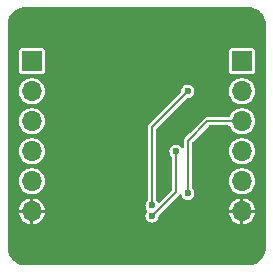
<source format=gbr>
%TF.GenerationSoftware,KiCad,Pcbnew,8.0.8*%
%TF.CreationDate,2025-02-11T20:59:27-05:00*%
%TF.ProjectId,IMU,494d552e-6b69-4636-9164-5f7063625858,rev?*%
%TF.SameCoordinates,Original*%
%TF.FileFunction,Copper,L2,Bot*%
%TF.FilePolarity,Positive*%
%FSLAX46Y46*%
G04 Gerber Fmt 4.6, Leading zero omitted, Abs format (unit mm)*
G04 Created by KiCad (PCBNEW 8.0.8) date 2025-02-11 20:59:27*
%MOMM*%
%LPD*%
G01*
G04 APERTURE LIST*
%TA.AperFunction,ComponentPad*%
%ADD10R,1.700000X1.700000*%
%TD*%
%TA.AperFunction,ComponentPad*%
%ADD11O,1.700000X1.700000*%
%TD*%
%TA.AperFunction,ViaPad*%
%ADD12C,0.600000*%
%TD*%
%TA.AperFunction,Conductor*%
%ADD13C,0.200000*%
%TD*%
G04 APERTURE END LIST*
D10*
%TO.P,J1,1,Pin_1*%
%TO.N,+3.3V*%
X141752000Y-91038000D03*
D11*
%TO.P,J1,2,Pin_2*%
%TO.N,/sensors/imu_miso*%
X141752000Y-93578000D03*
%TO.P,J1,3,Pin_3*%
%TO.N,/sensors/imu_mosi*%
X141752000Y-96118000D03*
%TO.P,J1,4,Pin_4*%
%TO.N,/sensors/imu_sclk*%
X141752000Y-98658000D03*
%TO.P,J1,5,Pin_5*%
%TO.N,/sensors/imu_int1*%
X141752000Y-101198000D03*
%TO.P,J1,6,Pin_6*%
%TO.N,GNDD*%
X141752000Y-103738000D03*
%TD*%
D10*
%TO.P,J2,1,Pin_1*%
%TO.N,+3.3V*%
X123962000Y-91038000D03*
D11*
%TO.P,J2,2,Pin_2*%
%TO.N,/sensors/pres_miso*%
X123962000Y-93578000D03*
%TO.P,J2,3,Pin_3*%
%TO.N,/sensors/pres_mosi*%
X123962000Y-96118000D03*
%TO.P,J2,4,Pin_4*%
%TO.N,/sensors/pres_sclk*%
X123962000Y-98658000D03*
%TO.P,J2,5,Pin_5*%
%TO.N,/sensors/imu_int2*%
X123962000Y-101198000D03*
%TO.P,J2,6,Pin_6*%
%TO.N,GNDD*%
X123962000Y-103738000D03*
%TD*%
D12*
%TO.N,/sensors/imu_miso*%
X137170000Y-93578000D03*
%TO.N,GNDD*%
X132106500Y-103759000D03*
X135138000Y-99928000D03*
X129312500Y-104140000D03*
X132106500Y-99568000D03*
X131963000Y-92348000D03*
X131963000Y-94848000D03*
X131963000Y-93598000D03*
X134476500Y-94594000D03*
X127088000Y-92348000D03*
X132614500Y-101219000D03*
X135138000Y-101314000D03*
%TO.N,/sensors/imu_miso*%
X134138500Y-103251000D03*
%TO.N,/sensors/imu_sclk*%
X136170500Y-98658000D03*
X134138500Y-104140000D03*
%TO.N,/sensors/imu_mosi*%
X137170000Y-102214000D03*
%TD*%
D13*
%TO.N,/sensors/imu_miso*%
X137170000Y-93578000D02*
X134138500Y-96609500D01*
X134138500Y-96609500D02*
X134138500Y-103251000D01*
%TO.N,/sensors/imu_mosi*%
X138821000Y-96118000D02*
X141752000Y-96118000D01*
X138821000Y-96118000D02*
X137186500Y-97752500D01*
X137186500Y-97752500D02*
X137186500Y-102214000D01*
%TO.N,/sensors/imu_sclk*%
X136170500Y-98658000D02*
X136170500Y-102108000D01*
X136170500Y-102108000D02*
X134138500Y-104140000D01*
%TD*%
%TA.AperFunction,Conductor*%
%TO.N,GNDD*%
G36*
X142286495Y-86458819D02*
G01*
X142486424Y-86473120D01*
X142504216Y-86475679D01*
X142555777Y-86486895D01*
X142695663Y-86517326D01*
X142712902Y-86522388D01*
X142896475Y-86590858D01*
X142912828Y-86598326D01*
X143084786Y-86692223D01*
X143099909Y-86701942D01*
X143256751Y-86819353D01*
X143270338Y-86831126D01*
X143408878Y-86969667D01*
X143420650Y-86983253D01*
X143538059Y-87140094D01*
X143547778Y-87155217D01*
X143641675Y-87327176D01*
X143649142Y-87343524D01*
X143717611Y-87527097D01*
X143722676Y-87544346D01*
X143764323Y-87735796D01*
X143766881Y-87753590D01*
X143776785Y-87892069D01*
X143781190Y-87953647D01*
X143781511Y-87962636D01*
X143781511Y-106813499D01*
X143781190Y-106822488D01*
X143766891Y-107022411D01*
X143764333Y-107040205D01*
X143722686Y-107231653D01*
X143717621Y-107248903D01*
X143649152Y-107432475D01*
X143641684Y-107448827D01*
X143547788Y-107620786D01*
X143538068Y-107635910D01*
X143420658Y-107792752D01*
X143408886Y-107806338D01*
X143270345Y-107944880D01*
X143256758Y-107956653D01*
X143099914Y-108074065D01*
X143084791Y-108083784D01*
X142912838Y-108177679D01*
X142896485Y-108185148D01*
X142712906Y-108253620D01*
X142695657Y-108258684D01*
X142504218Y-108300330D01*
X142486424Y-108302889D01*
X142307165Y-108315711D01*
X142286648Y-108317179D01*
X142277661Y-108317500D01*
X123426501Y-108317500D01*
X123417512Y-108317179D01*
X123217590Y-108302880D01*
X123199796Y-108300322D01*
X123008348Y-108258675D01*
X122991098Y-108253610D01*
X122807526Y-108185141D01*
X122791174Y-108177673D01*
X122619216Y-108083777D01*
X122604092Y-108074057D01*
X122447247Y-107956644D01*
X122433661Y-107944871D01*
X122295128Y-107806338D01*
X122283355Y-107792752D01*
X122165942Y-107635907D01*
X122156222Y-107620783D01*
X122062326Y-107448825D01*
X122054858Y-107432473D01*
X121994091Y-107269552D01*
X121986388Y-107248899D01*
X121981324Y-107231651D01*
X121939675Y-107040193D01*
X121937120Y-107022419D01*
X121922821Y-106822487D01*
X121922500Y-106813499D01*
X121922500Y-103610998D01*
X122865037Y-103610998D01*
X122865038Y-103611000D01*
X123478392Y-103611000D01*
X123462000Y-103672174D01*
X123462000Y-103803826D01*
X123478392Y-103865000D01*
X122865038Y-103865000D01*
X122865037Y-103865001D01*
X122872147Y-103941725D01*
X122928138Y-104138514D01*
X122928140Y-104138519D01*
X123019340Y-104321672D01*
X123142637Y-104484946D01*
X123293838Y-104622784D01*
X123467796Y-104730493D01*
X123467803Y-104730496D01*
X123658578Y-104804403D01*
X123658576Y-104804403D01*
X123835000Y-104837381D01*
X123835000Y-104221608D01*
X123896174Y-104238000D01*
X124027826Y-104238000D01*
X124089000Y-104221608D01*
X124089000Y-104837381D01*
X124265422Y-104804403D01*
X124456196Y-104730496D01*
X124456203Y-104730493D01*
X124630161Y-104622784D01*
X124781362Y-104484946D01*
X124904659Y-104321672D01*
X124995859Y-104138519D01*
X124995861Y-104138514D01*
X125051852Y-103941725D01*
X125058962Y-103865001D01*
X125058962Y-103865000D01*
X124445608Y-103865000D01*
X124462000Y-103803826D01*
X124462000Y-103672174D01*
X124445608Y-103611000D01*
X125058962Y-103611000D01*
X125058962Y-103610998D01*
X125051852Y-103534274D01*
X124995861Y-103337485D01*
X124995859Y-103337480D01*
X124952796Y-103250999D01*
X133579215Y-103250999D01*
X133579215Y-103251000D01*
X133598271Y-103395752D01*
X133654144Y-103530641D01*
X133654149Y-103530649D01*
X133721787Y-103618796D01*
X133747388Y-103685016D01*
X133733123Y-103754565D01*
X133721788Y-103772204D01*
X133654146Y-103860356D01*
X133654145Y-103860358D01*
X133652222Y-103865001D01*
X133598271Y-103995247D01*
X133579215Y-104139999D01*
X133579215Y-104140000D01*
X133598271Y-104284752D01*
X133654144Y-104419641D01*
X133654149Y-104419649D01*
X133743025Y-104535474D01*
X133858850Y-104624350D01*
X133858857Y-104624355D01*
X133993746Y-104680228D01*
X134138500Y-104699285D01*
X134283254Y-104680228D01*
X134418143Y-104624355D01*
X134533974Y-104535474D01*
X134622855Y-104419643D01*
X134678728Y-104284754D01*
X134697785Y-104140000D01*
X134697785Y-104139999D01*
X134697785Y-104134243D01*
X134717787Y-104066122D01*
X134734690Y-104045148D01*
X135168840Y-103610998D01*
X140655037Y-103610998D01*
X140655038Y-103611000D01*
X141268392Y-103611000D01*
X141252000Y-103672174D01*
X141252000Y-103803826D01*
X141268392Y-103865000D01*
X140655038Y-103865000D01*
X140655037Y-103865001D01*
X140662147Y-103941725D01*
X140718138Y-104138514D01*
X140718140Y-104138519D01*
X140809340Y-104321672D01*
X140932637Y-104484946D01*
X141083838Y-104622784D01*
X141257796Y-104730493D01*
X141257803Y-104730496D01*
X141448578Y-104804403D01*
X141448576Y-104804403D01*
X141625000Y-104837381D01*
X141625000Y-104221608D01*
X141686174Y-104238000D01*
X141817826Y-104238000D01*
X141879000Y-104221608D01*
X141879000Y-104837381D01*
X142055422Y-104804403D01*
X142246196Y-104730496D01*
X142246203Y-104730493D01*
X142420161Y-104622784D01*
X142571362Y-104484946D01*
X142694659Y-104321672D01*
X142785859Y-104138519D01*
X142785861Y-104138514D01*
X142841852Y-103941725D01*
X142848962Y-103865001D01*
X142848962Y-103865000D01*
X142235608Y-103865000D01*
X142252000Y-103803826D01*
X142252000Y-103672174D01*
X142235608Y-103611000D01*
X142848962Y-103611000D01*
X142848962Y-103610998D01*
X142841852Y-103534274D01*
X142785861Y-103337485D01*
X142785859Y-103337480D01*
X142694659Y-103154327D01*
X142571362Y-102991053D01*
X142420161Y-102853215D01*
X142246203Y-102745506D01*
X142246196Y-102745503D01*
X142055422Y-102671596D01*
X142055424Y-102671596D01*
X141879000Y-102638617D01*
X141879000Y-103254391D01*
X141817826Y-103238000D01*
X141686174Y-103238000D01*
X141625000Y-103254391D01*
X141625000Y-102638617D01*
X141448576Y-102671596D01*
X141257803Y-102745503D01*
X141257796Y-102745506D01*
X141083838Y-102853215D01*
X140932637Y-102991053D01*
X140809340Y-103154327D01*
X140718140Y-103337480D01*
X140718138Y-103337485D01*
X140662147Y-103534274D01*
X140655037Y-103610998D01*
X135168840Y-103610998D01*
X136435308Y-102344531D01*
X136497620Y-102310505D01*
X136568436Y-102315570D01*
X136625271Y-102358117D01*
X136640811Y-102385407D01*
X136685642Y-102493637D01*
X136685649Y-102493649D01*
X136774525Y-102609474D01*
X136855484Y-102671596D01*
X136890357Y-102698355D01*
X137025246Y-102754228D01*
X137170000Y-102773285D01*
X137314754Y-102754228D01*
X137449643Y-102698355D01*
X137565474Y-102609474D01*
X137654355Y-102493643D01*
X137710228Y-102358754D01*
X137729285Y-102214000D01*
X137710228Y-102069246D01*
X137654355Y-101934358D01*
X137567036Y-101820562D01*
X137541437Y-101754342D01*
X137541000Y-101743859D01*
X137541000Y-101197995D01*
X140642768Y-101197995D01*
X140642768Y-101198004D01*
X140661654Y-101401819D01*
X140661655Y-101401821D01*
X140717672Y-101598701D01*
X140808912Y-101781935D01*
X140808913Y-101781936D01*
X140932266Y-101945284D01*
X141083536Y-102083185D01*
X141257566Y-102190940D01*
X141257568Y-102190940D01*
X141257573Y-102190944D01*
X141448444Y-102264888D01*
X141649653Y-102302500D01*
X141649655Y-102302500D01*
X141854345Y-102302500D01*
X141854347Y-102302500D01*
X142055556Y-102264888D01*
X142246427Y-102190944D01*
X142420462Y-102083186D01*
X142571732Y-101945285D01*
X142579985Y-101934357D01*
X142612649Y-101891102D01*
X142695088Y-101781935D01*
X142786328Y-101598701D01*
X142842345Y-101401821D01*
X142861232Y-101198000D01*
X142842345Y-100994179D01*
X142786328Y-100797299D01*
X142695088Y-100614065D01*
X142654538Y-100560368D01*
X142571733Y-100450715D01*
X142420463Y-100312814D01*
X142246433Y-100205059D01*
X142246428Y-100205057D01*
X142246427Y-100205056D01*
X142055559Y-100131113D01*
X142055560Y-100131113D01*
X142055557Y-100131112D01*
X142055556Y-100131112D01*
X141854347Y-100093500D01*
X141649653Y-100093500D01*
X141448444Y-100131112D01*
X141448439Y-100131113D01*
X141257577Y-100205054D01*
X141257566Y-100205059D01*
X141083536Y-100312814D01*
X140932266Y-100450715D01*
X140808913Y-100614063D01*
X140717671Y-100797301D01*
X140661654Y-100994180D01*
X140642768Y-101197995D01*
X137541000Y-101197995D01*
X137541000Y-98657995D01*
X140642768Y-98657995D01*
X140642768Y-98658004D01*
X140661654Y-98861819D01*
X140717343Y-99057544D01*
X140717672Y-99058701D01*
X140808912Y-99241935D01*
X140808913Y-99241936D01*
X140932266Y-99405284D01*
X141083536Y-99543185D01*
X141257566Y-99650940D01*
X141257568Y-99650940D01*
X141257573Y-99650944D01*
X141448444Y-99724888D01*
X141649653Y-99762500D01*
X141649655Y-99762500D01*
X141854345Y-99762500D01*
X141854347Y-99762500D01*
X142055556Y-99724888D01*
X142246427Y-99650944D01*
X142420462Y-99543186D01*
X142571732Y-99405285D01*
X142695088Y-99241935D01*
X142786328Y-99058701D01*
X142842345Y-98861821D01*
X142861232Y-98658000D01*
X142842345Y-98454179D01*
X142786328Y-98257299D01*
X142695088Y-98074065D01*
X142654538Y-98020368D01*
X142571733Y-97910715D01*
X142420463Y-97772814D01*
X142246433Y-97665059D01*
X142246428Y-97665057D01*
X142246427Y-97665056D01*
X142246422Y-97665054D01*
X142055559Y-97591113D01*
X142055560Y-97591113D01*
X142055557Y-97591112D01*
X142055556Y-97591112D01*
X141854347Y-97553500D01*
X141649653Y-97553500D01*
X141448444Y-97591112D01*
X141448439Y-97591113D01*
X141257577Y-97665054D01*
X141257566Y-97665059D01*
X141083536Y-97772814D01*
X140932266Y-97910715D01*
X140808913Y-98074063D01*
X140717671Y-98257301D01*
X140661654Y-98454180D01*
X140642768Y-98657995D01*
X137541000Y-98657995D01*
X137541000Y-97951529D01*
X137561002Y-97883408D01*
X137577905Y-97862434D01*
X138930934Y-96509405D01*
X138993246Y-96475379D01*
X139020029Y-96472500D01*
X140616651Y-96472500D01*
X140684772Y-96492502D01*
X140729440Y-96542335D01*
X140808912Y-96701935D01*
X140808913Y-96701936D01*
X140932266Y-96865284D01*
X141083536Y-97003185D01*
X141257566Y-97110940D01*
X141257568Y-97110940D01*
X141257573Y-97110944D01*
X141448444Y-97184888D01*
X141649653Y-97222500D01*
X141649655Y-97222500D01*
X141854345Y-97222500D01*
X141854347Y-97222500D01*
X142055556Y-97184888D01*
X142246427Y-97110944D01*
X142420462Y-97003186D01*
X142571732Y-96865285D01*
X142695088Y-96701935D01*
X142786328Y-96518701D01*
X142842345Y-96321821D01*
X142861232Y-96118000D01*
X142842345Y-95914179D01*
X142786328Y-95717299D01*
X142695088Y-95534065D01*
X142654538Y-95480368D01*
X142571733Y-95370715D01*
X142420463Y-95232814D01*
X142246433Y-95125059D01*
X142246428Y-95125057D01*
X142246427Y-95125056D01*
X142055559Y-95051113D01*
X142055560Y-95051113D01*
X142055557Y-95051112D01*
X142055556Y-95051112D01*
X141854347Y-95013500D01*
X141649653Y-95013500D01*
X141448444Y-95051112D01*
X141448439Y-95051113D01*
X141257577Y-95125054D01*
X141257566Y-95125059D01*
X141083536Y-95232814D01*
X140932266Y-95370715D01*
X140808913Y-95534063D01*
X140808912Y-95534064D01*
X140808912Y-95534065D01*
X140729440Y-95693664D01*
X140681173Y-95745726D01*
X140616651Y-95763500D01*
X138774325Y-95763500D01*
X138684166Y-95787659D01*
X138603335Y-95834326D01*
X138603325Y-95834334D01*
X137326721Y-97110940D01*
X136968832Y-97468829D01*
X136935831Y-97501830D01*
X136902830Y-97534830D01*
X136902826Y-97534835D01*
X136856159Y-97615666D01*
X136832000Y-97705825D01*
X136832000Y-98238033D01*
X136811998Y-98306154D01*
X136758342Y-98352647D01*
X136688068Y-98362751D01*
X136623488Y-98333257D01*
X136606038Y-98314738D01*
X136565972Y-98262524D01*
X136450149Y-98173649D01*
X136450141Y-98173644D01*
X136315252Y-98117771D01*
X136170500Y-98098715D01*
X136025747Y-98117771D01*
X135958302Y-98145708D01*
X135890858Y-98173645D01*
X135890857Y-98173646D01*
X135890856Y-98173646D01*
X135775026Y-98262526D01*
X135686146Y-98378356D01*
X135686145Y-98378358D01*
X135658208Y-98445802D01*
X135630271Y-98513247D01*
X135611215Y-98657999D01*
X135611215Y-98658000D01*
X135630271Y-98802752D01*
X135686144Y-98937641D01*
X135686149Y-98937649D01*
X135775026Y-99053475D01*
X135779095Y-99057544D01*
X135813121Y-99119856D01*
X135816000Y-99146639D01*
X135816000Y-101908970D01*
X135795998Y-101977091D01*
X135779095Y-101998066D01*
X134803879Y-102973281D01*
X134741567Y-103007306D01*
X134670751Y-103002241D01*
X134614822Y-102960890D01*
X134533974Y-102855526D01*
X134533972Y-102855524D01*
X134533968Y-102855519D01*
X134529905Y-102851456D01*
X134495879Y-102789144D01*
X134493000Y-102762361D01*
X134493000Y-96808527D01*
X134513002Y-96740406D01*
X134529900Y-96719437D01*
X137075147Y-94174189D01*
X137137459Y-94140164D01*
X137164242Y-94137285D01*
X137170000Y-94137285D01*
X137314754Y-94118228D01*
X137449643Y-94062355D01*
X137565474Y-93973474D01*
X137654355Y-93857643D01*
X137710228Y-93722754D01*
X137729285Y-93578000D01*
X137729284Y-93577995D01*
X140642768Y-93577995D01*
X140642768Y-93578004D01*
X140661654Y-93781819D01*
X140683228Y-93857643D01*
X140717672Y-93978701D01*
X140808912Y-94161935D01*
X140808913Y-94161936D01*
X140932266Y-94325284D01*
X141083536Y-94463185D01*
X141257566Y-94570940D01*
X141257568Y-94570940D01*
X141257573Y-94570944D01*
X141448444Y-94644888D01*
X141649653Y-94682500D01*
X141649655Y-94682500D01*
X141854345Y-94682500D01*
X141854347Y-94682500D01*
X142055556Y-94644888D01*
X142246427Y-94570944D01*
X142420462Y-94463186D01*
X142571732Y-94325285D01*
X142695088Y-94161935D01*
X142786328Y-93978701D01*
X142842345Y-93781821D01*
X142861232Y-93578000D01*
X142842345Y-93374179D01*
X142786328Y-93177299D01*
X142695088Y-92994065D01*
X142654538Y-92940368D01*
X142571733Y-92830715D01*
X142420463Y-92692814D01*
X142246433Y-92585059D01*
X142246428Y-92585057D01*
X142246427Y-92585056D01*
X142055559Y-92511113D01*
X142055560Y-92511113D01*
X142055557Y-92511112D01*
X142055556Y-92511112D01*
X141854347Y-92473500D01*
X141649653Y-92473500D01*
X141448444Y-92511112D01*
X141448439Y-92511113D01*
X141257577Y-92585054D01*
X141257566Y-92585059D01*
X141083536Y-92692814D01*
X140932266Y-92830715D01*
X140808913Y-92994063D01*
X140717671Y-93177301D01*
X140661654Y-93374180D01*
X140642768Y-93577995D01*
X137729284Y-93577995D01*
X137710228Y-93433246D01*
X137654355Y-93298358D01*
X137565474Y-93182526D01*
X137565472Y-93182524D01*
X137565471Y-93182523D01*
X137449649Y-93093649D01*
X137449641Y-93093644D01*
X137314752Y-93037771D01*
X137170000Y-93018715D01*
X137025247Y-93037771D01*
X136957802Y-93065708D01*
X136890358Y-93093645D01*
X136890357Y-93093646D01*
X136890356Y-93093646D01*
X136774526Y-93182526D01*
X136685646Y-93298356D01*
X136685645Y-93298358D01*
X136657708Y-93365802D01*
X136629771Y-93433247D01*
X136610715Y-93577999D01*
X136610715Y-93583755D01*
X136590713Y-93651876D01*
X136573810Y-93672850D01*
X133903109Y-96343550D01*
X133903107Y-96343551D01*
X133903108Y-96343552D01*
X133854831Y-96391829D01*
X133854826Y-96391835D01*
X133808159Y-96472666D01*
X133784000Y-96562825D01*
X133784000Y-102762361D01*
X133763998Y-102830482D01*
X133747095Y-102851456D01*
X133743031Y-102855519D01*
X133654146Y-102971356D01*
X133654145Y-102971358D01*
X133645987Y-102991053D01*
X133598271Y-103106247D01*
X133579215Y-103250999D01*
X124952796Y-103250999D01*
X124904659Y-103154327D01*
X124781362Y-102991053D01*
X124630161Y-102853215D01*
X124456203Y-102745506D01*
X124456196Y-102745503D01*
X124265422Y-102671596D01*
X124265424Y-102671596D01*
X124089000Y-102638617D01*
X124089000Y-103254391D01*
X124027826Y-103238000D01*
X123896174Y-103238000D01*
X123835000Y-103254391D01*
X123835000Y-102638617D01*
X123658576Y-102671596D01*
X123467803Y-102745503D01*
X123467796Y-102745506D01*
X123293838Y-102853215D01*
X123142637Y-102991053D01*
X123019340Y-103154327D01*
X122928140Y-103337480D01*
X122928138Y-103337485D01*
X122872147Y-103534274D01*
X122865037Y-103610998D01*
X121922500Y-103610998D01*
X121922500Y-101197995D01*
X122852768Y-101197995D01*
X122852768Y-101198004D01*
X122871654Y-101401819D01*
X122871655Y-101401821D01*
X122927672Y-101598701D01*
X123018912Y-101781935D01*
X123018913Y-101781936D01*
X123142266Y-101945284D01*
X123293536Y-102083185D01*
X123467566Y-102190940D01*
X123467568Y-102190940D01*
X123467573Y-102190944D01*
X123658444Y-102264888D01*
X123859653Y-102302500D01*
X123859655Y-102302500D01*
X124064345Y-102302500D01*
X124064347Y-102302500D01*
X124265556Y-102264888D01*
X124456427Y-102190944D01*
X124630462Y-102083186D01*
X124781732Y-101945285D01*
X124789985Y-101934357D01*
X124822649Y-101891102D01*
X124905088Y-101781935D01*
X124996328Y-101598701D01*
X125052345Y-101401821D01*
X125071232Y-101198000D01*
X125052345Y-100994179D01*
X124996328Y-100797299D01*
X124905088Y-100614065D01*
X124864538Y-100560368D01*
X124781733Y-100450715D01*
X124630463Y-100312814D01*
X124456433Y-100205059D01*
X124456428Y-100205057D01*
X124456427Y-100205056D01*
X124265559Y-100131113D01*
X124265560Y-100131113D01*
X124265557Y-100131112D01*
X124265556Y-100131112D01*
X124064347Y-100093500D01*
X123859653Y-100093500D01*
X123658444Y-100131112D01*
X123658439Y-100131113D01*
X123467577Y-100205054D01*
X123467566Y-100205059D01*
X123293536Y-100312814D01*
X123142266Y-100450715D01*
X123018913Y-100614063D01*
X122927671Y-100797301D01*
X122871654Y-100994180D01*
X122852768Y-101197995D01*
X121922500Y-101197995D01*
X121922500Y-98657995D01*
X122852768Y-98657995D01*
X122852768Y-98658004D01*
X122871654Y-98861819D01*
X122927343Y-99057544D01*
X122927672Y-99058701D01*
X123018912Y-99241935D01*
X123018913Y-99241936D01*
X123142266Y-99405284D01*
X123293536Y-99543185D01*
X123467566Y-99650940D01*
X123467568Y-99650940D01*
X123467573Y-99650944D01*
X123658444Y-99724888D01*
X123859653Y-99762500D01*
X123859655Y-99762500D01*
X124064345Y-99762500D01*
X124064347Y-99762500D01*
X124265556Y-99724888D01*
X124456427Y-99650944D01*
X124630462Y-99543186D01*
X124781732Y-99405285D01*
X124905088Y-99241935D01*
X124996328Y-99058701D01*
X125052345Y-98861821D01*
X125071232Y-98658000D01*
X125052345Y-98454179D01*
X124996328Y-98257299D01*
X124905088Y-98074065D01*
X124864538Y-98020368D01*
X124781733Y-97910715D01*
X124630463Y-97772814D01*
X124456433Y-97665059D01*
X124456428Y-97665057D01*
X124456427Y-97665056D01*
X124456422Y-97665054D01*
X124265559Y-97591113D01*
X124265560Y-97591113D01*
X124265557Y-97591112D01*
X124265556Y-97591112D01*
X124064347Y-97553500D01*
X123859653Y-97553500D01*
X123658444Y-97591112D01*
X123658439Y-97591113D01*
X123467577Y-97665054D01*
X123467566Y-97665059D01*
X123293536Y-97772814D01*
X123142266Y-97910715D01*
X123018913Y-98074063D01*
X122927671Y-98257301D01*
X122871654Y-98454180D01*
X122852768Y-98657995D01*
X121922500Y-98657995D01*
X121922500Y-96117995D01*
X122852768Y-96117995D01*
X122852768Y-96118004D01*
X122871654Y-96321819D01*
X122915346Y-96475379D01*
X122927672Y-96518701D01*
X123018912Y-96701935D01*
X123018913Y-96701936D01*
X123142266Y-96865284D01*
X123293536Y-97003185D01*
X123467566Y-97110940D01*
X123467568Y-97110940D01*
X123467573Y-97110944D01*
X123658444Y-97184888D01*
X123859653Y-97222500D01*
X123859655Y-97222500D01*
X124064345Y-97222500D01*
X124064347Y-97222500D01*
X124265556Y-97184888D01*
X124456427Y-97110944D01*
X124630462Y-97003186D01*
X124781732Y-96865285D01*
X124905088Y-96701935D01*
X124996328Y-96518701D01*
X125052345Y-96321821D01*
X125071232Y-96118000D01*
X125052345Y-95914179D01*
X124996328Y-95717299D01*
X124905088Y-95534065D01*
X124864538Y-95480368D01*
X124781733Y-95370715D01*
X124630463Y-95232814D01*
X124456433Y-95125059D01*
X124456428Y-95125057D01*
X124456427Y-95125056D01*
X124265559Y-95051113D01*
X124265560Y-95051113D01*
X124265557Y-95051112D01*
X124265556Y-95051112D01*
X124064347Y-95013500D01*
X123859653Y-95013500D01*
X123658444Y-95051112D01*
X123658439Y-95051113D01*
X123467577Y-95125054D01*
X123467566Y-95125059D01*
X123293536Y-95232814D01*
X123142266Y-95370715D01*
X123018913Y-95534063D01*
X122927671Y-95717301D01*
X122871654Y-95914180D01*
X122852768Y-96117995D01*
X121922500Y-96117995D01*
X121922500Y-93577995D01*
X122852768Y-93577995D01*
X122852768Y-93578004D01*
X122871654Y-93781819D01*
X122893228Y-93857643D01*
X122927672Y-93978701D01*
X123018912Y-94161935D01*
X123018913Y-94161936D01*
X123142266Y-94325284D01*
X123293536Y-94463185D01*
X123467566Y-94570940D01*
X123467568Y-94570940D01*
X123467573Y-94570944D01*
X123658444Y-94644888D01*
X123859653Y-94682500D01*
X123859655Y-94682500D01*
X124064345Y-94682500D01*
X124064347Y-94682500D01*
X124265556Y-94644888D01*
X124456427Y-94570944D01*
X124630462Y-94463186D01*
X124781732Y-94325285D01*
X124905088Y-94161935D01*
X124996328Y-93978701D01*
X125052345Y-93781821D01*
X125071232Y-93578000D01*
X125052345Y-93374179D01*
X124996328Y-93177299D01*
X124905088Y-92994065D01*
X124864538Y-92940368D01*
X124781733Y-92830715D01*
X124630463Y-92692814D01*
X124456433Y-92585059D01*
X124456428Y-92585057D01*
X124456427Y-92585056D01*
X124265559Y-92511113D01*
X124265560Y-92511113D01*
X124265557Y-92511112D01*
X124265556Y-92511112D01*
X124064347Y-92473500D01*
X123859653Y-92473500D01*
X123658444Y-92511112D01*
X123658439Y-92511113D01*
X123467577Y-92585054D01*
X123467566Y-92585059D01*
X123293536Y-92692814D01*
X123142266Y-92830715D01*
X123018913Y-92994063D01*
X122927671Y-93177301D01*
X122871654Y-93374180D01*
X122852768Y-93577995D01*
X121922500Y-93577995D01*
X121922500Y-90162930D01*
X122857500Y-90162930D01*
X122857500Y-91913063D01*
X122857501Y-91913073D01*
X122872265Y-91987300D01*
X122928516Y-92071484D01*
X123012697Y-92127733D01*
X123012699Y-92127734D01*
X123086933Y-92142500D01*
X124837066Y-92142499D01*
X124837069Y-92142498D01*
X124837073Y-92142498D01*
X124886326Y-92132701D01*
X124911301Y-92127734D01*
X124995484Y-92071484D01*
X125051734Y-91987301D01*
X125066500Y-91913067D01*
X125066499Y-90162934D01*
X125066498Y-90162930D01*
X140647500Y-90162930D01*
X140647500Y-91913063D01*
X140647501Y-91913073D01*
X140662265Y-91987300D01*
X140718516Y-92071484D01*
X140802697Y-92127733D01*
X140802699Y-92127734D01*
X140876933Y-92142500D01*
X142627066Y-92142499D01*
X142627069Y-92142498D01*
X142627073Y-92142498D01*
X142676326Y-92132701D01*
X142701301Y-92127734D01*
X142785484Y-92071484D01*
X142841734Y-91987301D01*
X142856500Y-91913067D01*
X142856499Y-90162934D01*
X142856498Y-90162930D01*
X142856498Y-90162926D01*
X142841734Y-90088699D01*
X142785483Y-90004515D01*
X142701302Y-89948266D01*
X142627067Y-89933500D01*
X140876936Y-89933500D01*
X140876926Y-89933501D01*
X140802699Y-89948265D01*
X140718515Y-90004516D01*
X140662266Y-90088697D01*
X140647500Y-90162930D01*
X125066498Y-90162930D01*
X125066498Y-90162926D01*
X125051734Y-90088699D01*
X124995483Y-90004515D01*
X124911302Y-89948266D01*
X124837067Y-89933500D01*
X123086936Y-89933500D01*
X123086926Y-89933501D01*
X123012699Y-89948265D01*
X122928515Y-90004516D01*
X122872266Y-90088697D01*
X122857500Y-90162930D01*
X121922500Y-90162930D01*
X121922500Y-87962499D01*
X121922821Y-87953511D01*
X121927215Y-87892069D01*
X121937120Y-87753577D01*
X121939675Y-87735807D01*
X121981325Y-87544341D01*
X121986390Y-87527097D01*
X122054860Y-87343524D01*
X122062322Y-87327181D01*
X122156229Y-87155204D01*
X122165934Y-87140104D01*
X122283361Y-86983239D01*
X122295123Y-86969667D01*
X122433669Y-86831120D01*
X122447240Y-86819360D01*
X122604097Y-86701938D01*
X122619211Y-86692225D01*
X122791181Y-86598322D01*
X122807518Y-86590861D01*
X122991103Y-86522387D01*
X123008342Y-86517325D01*
X123199808Y-86475675D01*
X123217578Y-86473120D01*
X123417527Y-86458819D01*
X123426512Y-86458499D01*
X123487892Y-86458499D01*
X142216116Y-86458499D01*
X142277507Y-86458499D01*
X142286495Y-86458819D01*
G37*
%TD.AperFunction*%
%TD*%
M02*

</source>
